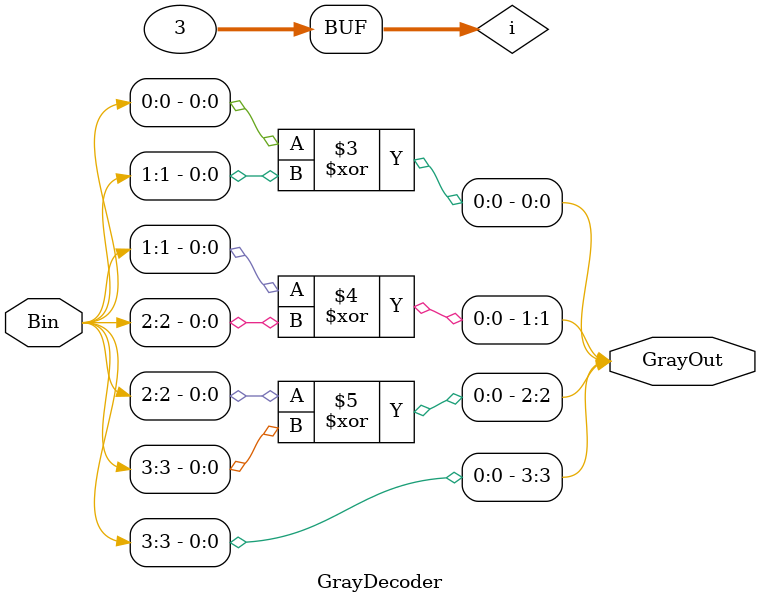
<source format=v>


`timescale 1ns / 100ps

module GrayDecoder #(parameter integer N = 4) (

   input  wire [N-1:0] Bin,         // N-bit base-2 binary input code
   output reg  [N-1:0] GrayOut      // N-bit Gray output code
 
   ) ;

   integer i ;

   always @(*) begin

      GrayOut[N-1] = Bin[N-1] ;    // **NOTE: same as Bin[N-1] ^ 1'b0

      for(i=0; i < N-1; i=i+1) begin
         GrayOut[i] = Bin[i] ^ Bin[i+1] ;
      end  // for
   end  // always

   /*

   //   **IMPORTANT NOTE**
   // The same functionality can be implemented in a more compact way using the right-shift operator >> as follows:

   always @(*) begin
      GrayOut[N-1:0] = (Bin[N-1:0] >> 1) ^ Bin[N-1:0] ;    // where Bin[N-1:0] >> 1 is { 1'b0 , Bin[N-1] , Bin[N-2] , .... , Bin[1] }
   end

   */

endmodule


</source>
